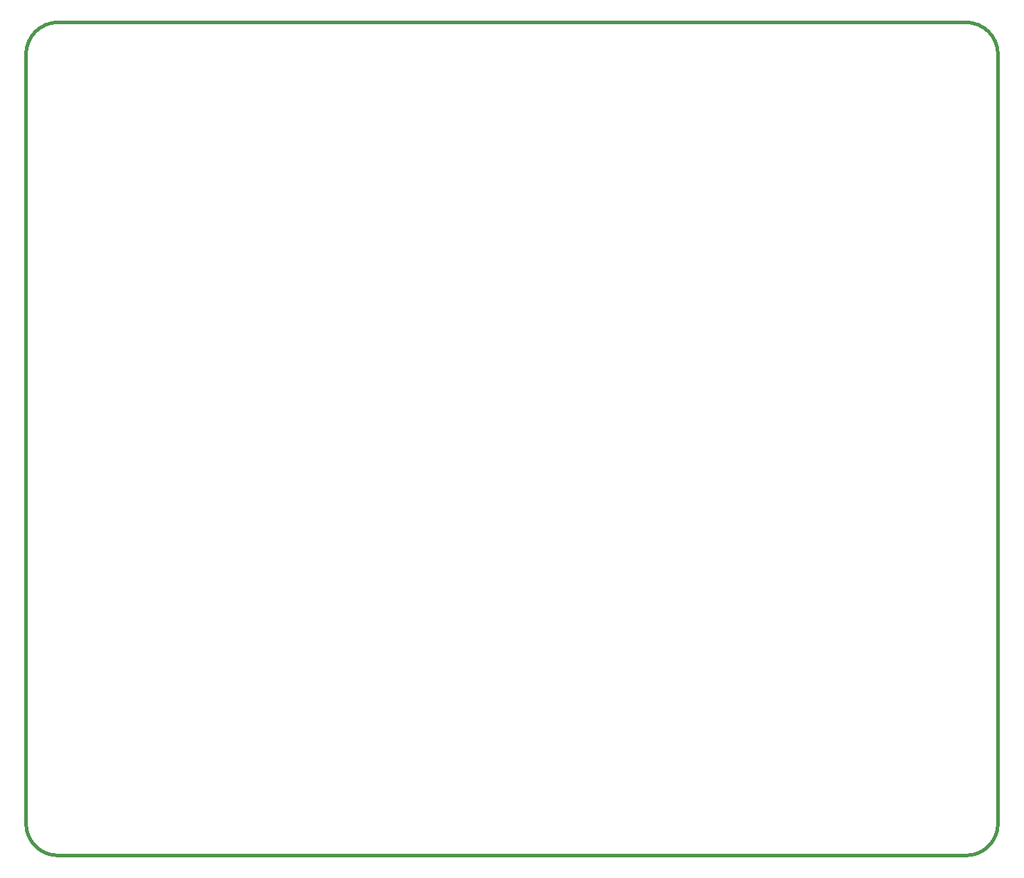
<source format=gm1>
G04 #@! TF.FileFunction,Profile,NP*
%FSLAX46Y46*%
G04 Gerber Fmt 4.6, Leading zero omitted, Abs format (unit mm)*
G04 Created by KiCad (PCBNEW 4.0.4-stable) date 04/20/17 11:48:58*
%MOMM*%
%LPD*%
G01*
G04 APERTURE LIST*
%ADD10C,0.150000*%
%ADD11C,0.381000*%
G04 APERTURE END LIST*
D10*
D11*
X0Y-95250000D02*
X0Y-3810000D01*
X111760000Y-99060000D02*
X3810000Y-99060000D01*
X115570000Y-95250000D02*
X115570000Y-3810000D01*
X3810000Y0D02*
X111760000Y0D01*
X0Y-95250000D02*
G75*
G03X3810000Y-99060000I3810000J0D01*
G01*
X111760000Y-99060000D02*
G75*
G03X115570000Y-95250000I0J3810000D01*
G01*
X115570000Y-3810000D02*
G75*
G03X111760000Y0I-3810000J0D01*
G01*
X3810000Y0D02*
G75*
G03X0Y-3810000I0J-3810000D01*
G01*
M02*

</source>
